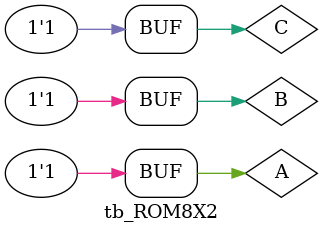
<source format=v>
module tb_ROM8X2;

reg A,B,C;
wire F,G;

ROM8X2 t_ROM8X2
(
	.A(A),
	.B(B),
	.C(C),
	.F(F),
	.G(G)
);

initial
begin
	A = 0;
	B = 0;
	C = 0;
end

initial
begin
	#10 {A,B,C} = 3'b001;
	#10 {A,B,C} = 3'b010;
	#10 {A,B,C} = 3'b001;
	#10 {A,B,C} = 3'b101;
	#10 {A,B,C} = 3'b111;
end

endmodule

</source>
